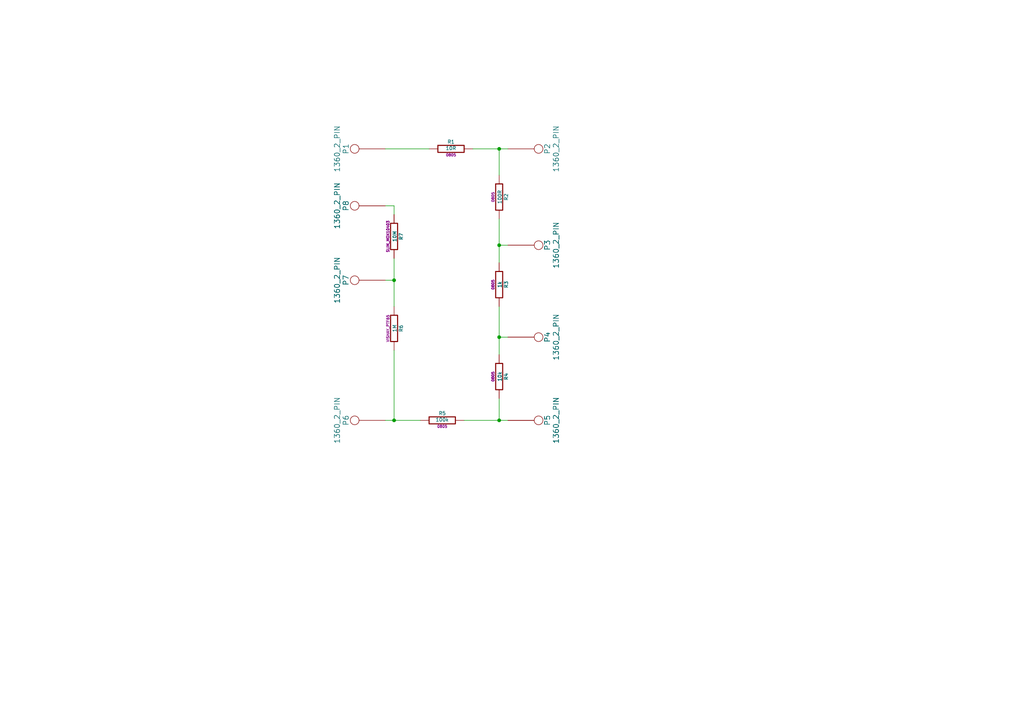
<source format=kicad_sch>
(kicad_sch (version 20230121) (generator eeschema)
  (paper "A4")
  (title_block (title "Standard resistors board") (date "Wednesday, May 21, 2014") (rev "0.1") (company "Nightmechanic"))
  (lib_symbols
    (symbol "Resistive_Arena-rescue:R" (pin_numbers hide) (pin_names (offset 0))
      (property "Reference" "R" (at 2.032 0 90))
      (property "Value" "R" (at 0.1778 0.0254 90))
      (symbol "R_0_1"
        (rectangle (start -1.016 3.81) (end 1.016 -3.81) (stroke (width 0.3048)))
      )
      (symbol "R_1_1"
        (pin passive line (at 0 6.35 270) (length 2.54) (name "~") (number "1"))
        (pin passive line (at 0 -6.35 90) (length 2.54) (name "~") (number "2"))
      )
    )
    (symbol "resistive_arena:1360_2_PIN" (pin_numbers hide) (pin_names (offset 1.016) hide)
      (property "Reference" "P" (at 0 11.43 0))
      (property "Value" "1360_2_PIN" (at 0 13.97 0))
      (symbol "1360_2_PIN_0_1"
        (circle (center 0 8.89) (radius 1.27))
      )
      (symbol "1360_2_PIN_1_1"
        (pin bidirectional line (at 0 0 90) (length 7.62) (name "1") (number "1"))
      )
    )
  )
  (junction (at 114.3 121.92))
  (junction (at 144.78 121.92))
  (junction (at 144.78 97.79))
  (junction (at 144.78 71.12))
  (junction (at 114.3 81.28))
  (junction (at 144.78 43.18))
  (wire (pts (xy 114.3 74.93) (xy 114.3 81.28)))
  (wire (pts (xy 144.78 43.18) (xy 147.32 43.18)))
  (wire (pts (xy 144.78 121.92) (xy 147.32 121.92)))
  (wire (pts (xy 114.3 121.92) (xy 121.92 121.92)))
  (wire (pts (xy 134.62 121.92) (xy 144.78 121.92)))
  (wire (pts (xy 144.78 88.9) (xy 144.78 97.79)))
  (wire (pts (xy 114.3 81.28) (xy 114.3 88.9)))
  (wire (pts (xy 114.3 121.92) (xy 114.3 101.6)))
  (wire (pts (xy 144.78 71.12) (xy 144.78 76.2)))
  (wire (pts (xy 144.78 43.18) (xy 144.78 50.8)))
  (wire (pts (xy 111.76 43.18) (xy 124.46 43.18)))
  (wire (pts (xy 111.76 81.28) (xy 114.3 81.28)))
  (wire (pts (xy 114.3 59.69) (xy 111.76 59.69)))
  (wire (pts (xy 144.78 97.79) (xy 144.78 102.87)))
  (wire (pts (xy 144.78 115.57) (xy 144.78 121.92)))
  (wire (pts (xy 114.3 62.23) (xy 114.3 59.69)))
  (wire (pts (xy 144.78 63.5) (xy 144.78 71.12)))
  (wire (pts (xy 147.32 97.79) (xy 144.78 97.79)))
  (wire (pts (xy 111.76 121.92) (xy 114.3 121.92)))
  (wire (pts (xy 137.16 43.18) (xy 144.78 43.18)))
  (wire (pts (xy 147.32 71.12) (xy 144.78 71.12)))
  (symbol (lib_id "Resistive_Arena-rescue:R") (at 130.81 43.18 90) (unit 1)
    (property "Reference" "R1" (at 130.81 41.148 90) (effects (font (size 1.016 1.016))))
    (property "Value" "10R" (at 130.7846 43.0022 90) (effects (font (size 1.016 1.016))))
    (property "Footprint" "0805" (at 130.81 44.958 90) (effects (font (size 0.762 0.762))))
    (property "Datasheet" "http://documents.tycoelectronics.com/commerce/DocumentDelivery/DDEController?Action=showdoc&DocId=Data+Sheet%7F1773270%7FK%7Fpdf%7FEnglish%7FENG_DS_1773270_K.pdf" (effects hide))
    (property "Manufacturer" "TE Connectivity" (effects hide))
    (property "Part Number" "RN73C2A10RBTG" (effects hide))
    (property "Source" "Mouser" (effects hide))
  )
  (symbol (lib_id "Resistive_Arena-rescue:R") (at 144.78 57.15 0) (unit 1)
    (property "Reference" "R2" (at 146.812 57.15 90) (effects (font (size 1.016 1.016))))
    (property "Value" "100R" (at 144.9578 57.1246 90) (effects (font (size 1.016 1.016))))
    (property "Footprint" "0805" (at 143.002 57.15 90) (effects (font (size 0.762 0.762))))
    (property "Datasheet" "http://www.welwyn-tt.com/pdf/datasheet/PCF.pdf" (effects hide))
    (property "Manufacturer" "Welwyn-TT" (effects hide))
    (property "Part Number" "PCF0805-13-100RBT1" (effects hide))
    (property "Source" "Mouser" (effects hide))
  )
  (symbol (lib_id "Resistive_Arena-rescue:R") (at 144.78 82.55 0) (unit 1)
    (property "Reference" "R3" (at 146.812 82.55 90) (effects (font (size 1.016 1.016))))
    (property "Value" "1k" (at 144.9578 82.5246 90) (effects (font (size 1.016 1.016))))
    (property "Footprint" "0805" (at 143.002 82.55 90) (effects (font (size 0.762 0.762))))
    (property "Datasheet" "http://www.welwyn-tt.com/pdf/datasheet/PCF.pdf" (effects hide))
    (property "Manufacturer" "Welwyn-TT" (effects hide))
    (property "Part Number" "PCF0805-13-1K0BT1" (effects hide))
    (property "Source" "Mouser" (effects hide))
  )
  (symbol (lib_id "Resistive_Arena-rescue:R") (at 144.78 109.22 0) (unit 1)
    (property "Reference" "R4" (at 146.812 109.22 90) (effects (font (size 1.016 1.016))))
    (property "Value" "10k" (at 144.9578 109.1946 90) (effects (font (size 1.016 1.016))))
    (property "Footprint" "0805" (at 143.002 109.22 90) (effects (font (size 0.762 0.762))))
    (property "Datasheet" "http://www.welwyn-tt.com/pdf/datasheet/PCF.pdf" (effects hide))
    (property "Manufacturer" "Welwyn-TT" (effects hide))
    (property "Part Number" "PCF0805-13-10KBT1" (effects hide))
    (property "Source" "Mouser" (effects hide))
  )
  (symbol (lib_id "Resistive_Arena-rescue:R") (at 128.27 121.92 90) (unit 1)
    (property "Reference" "R5" (at 128.27 119.888 90) (effects (font (size 1.016 1.016))))
    (property "Value" "100k" (at 128.2446 121.7422 90) (effects (font (size 1.016 1.016))))
    (property "Footprint" "0805" (at 128.27 123.698 90) (effects (font (size 0.762 0.762))))
    (property "Datasheet" "http://www.vishay.com/docs/28779/tnpu_e3.pdf" (effects hide))
    (property "Manufacturer" "Vishay" (effects hide))
    (property "Part Number" "TNPU0805100KAZEN00" (effects hide))
    (property "Source" "Mouser" (effects hide))
  )
  (symbol (lib_id "Resistive_Arena-rescue:R") (at 114.3 95.25 0) (unit 1)
    (property "Reference" "R6" (at 116.332 95.25 90) (effects (font (size 1.016 1.016))))
    (property "Value" "1M" (at 114.4778 95.2246 90) (effects (font (size 1.016 1.016))))
    (property "Footprint" "VISHAY_PTF65" (at 112.522 95.25 90) (effects (font (size 0.762 0.762))))
    (property "Datasheet" "http://www.vishay.com/docs/31019/ptf.pdf" (effects hide))
    (property "Manufacturer" "Vishay" (effects hide))
    (property "Part Number" "PTF651M0000BZBF" (effects hide))
    (property "Source" "Mouser" (effects hide))
  )
  (symbol (lib_id "Resistive_Arena-rescue:R") (at 114.3 68.58 0) (unit 1)
    (property "Reference" "R7" (at 116.332 68.58 90) (effects (font (size 1.016 1.016))))
    (property "Value" "10M" (at 114.4778 68.5546 90) (effects (font (size 1.016 1.016))))
    (property "Footprint" "SLIM_MOX10403" (at 112.522 68.58 90) (effects (font (size 0.762 0.762))))
    (property "Datasheet" "http://www.ohmite.com/catalog/pdf/v_slimmox.pdf" (effects hide))
    (property "Manufacturer" "Ohmite" (effects hide))
    (property "Part Number" "SM104031005FE" (effects hide))
    (property "Source" "Mouser" (effects hide))
  )
  (symbol (lib_id "resistive_arena:1360_2_PIN") (at 111.76 43.18 90) (unit 1)
    (property "Reference" "P1" (at 100.33 43.18 0) (effects (font (size 1.524 1.524))))
    (property "Value" "1360_2_PIN" (at 97.79 43.18 0) (effects (font (size 1.524 1.524))))
    (property "Footprint" "KEYSTONE_1360_2" (effects hide))
    (property "Datasheet" "http://www.keyelco.com/product.cfm/product_id/3057" (effects hide))
    (property "Manufacturer" "Keystone" (effects hide))
    (property "Part Number" "1360-2" (effects hide))
    (property "Source" "Mouser" (effects hide))
  )
  (symbol (lib_id "resistive_arena:1360_2_PIN") (at 147.32 43.18 270) (unit 1)
    (property "Reference" "P2" (at 158.75 43.18 0) (effects (font (size 1.524 1.524))))
    (property "Value" "1360_2_PIN" (at 161.29 43.18 0) (effects (font (size 1.524 1.524))))
    (property "Footprint" "KEYSTONE_1360_2" (effects hide))
    (property "Datasheet" "http://www.keyelco.com/product.cfm/product_id/3057" (effects hide))
    (property "Manufacturer" "Keystone" (effects hide))
    (property "Part Number" "1360-2" (effects hide))
    (property "Source" "Mouser" (effects hide))
  )
  (symbol (lib_id "resistive_arena:1360_2_PIN") (at 147.32 71.12 270) (unit 1)
    (property "Reference" "P3" (at 158.75 71.12 0) (effects (font (size 1.524 1.524))))
    (property "Value" "1360_2_PIN" (at 161.29 71.12 0) (effects (font (size 1.524 1.524))))
    (property "Footprint" "KEYSTONE_1360_2" (effects hide))
    (property "Datasheet" "http://www.keyelco.com/product.cfm/product_id/3057" (effects hide))
    (property "Manufacturer" "Keystone" (effects hide))
    (property "Part Number" "1360-2" (effects hide))
    (property "Source" "Mouser" (effects hide))
  )
  (symbol (lib_id "resistive_arena:1360_2_PIN") (at 147.32 97.79 270) (unit 1)
    (property "Reference" "P4" (at 158.75 97.79 0) (effects (font (size 1.524 1.524))))
    (property "Value" "1360_2_PIN" (at 161.29 97.79 0) (effects (font (size 1.524 1.524))))
    (property "Footprint" "KEYSTONE_1360_2" (effects hide))
    (property "Datasheet" "http://www.keyelco.com/product.cfm/product_id/3057" (effects hide))
    (property "Manufacturer" "Keystone" (effects hide))
    (property "Part Number" "1360-2" (effects hide))
    (property "Source" "Mouser" (effects hide))
  )
  (symbol (lib_id "resistive_arena:1360_2_PIN") (at 147.32 121.92 270) (unit 1)
    (property "Reference" "P5" (at 158.75 121.92 0) (effects (font (size 1.524 1.524))))
    (property "Value" "1360_2_PIN" (at 161.29 121.92 0) (effects (font (size 1.524 1.524))))
    (property "Footprint" "KEYSTONE_1360_2" (effects hide))
    (property "Datasheet" "http://www.keyelco.com/product.cfm/product_id/3057" (effects hide))
    (property "Manufacturer" "Keystone" (effects hide))
    (property "Part Number" "1360-2" (effects hide))
    (property "Source" "Mouser" (effects hide))
  )
  (symbol (lib_id "resistive_arena:1360_2_PIN") (at 111.76 121.92 90) (unit 1)
    (property "Reference" "P6" (at 100.33 121.92 0) (effects (font (size 1.524 1.524))))
    (property "Value" "1360_2_PIN" (at 97.79 121.92 0) (effects (font (size 1.524 1.524))))
    (property "Footprint" "KEYSTONE_1360_2" (effects hide))
    (property "Datasheet" "http://www.keyelco.com/product.cfm/product_id/3057" (effects hide))
    (property "Manufacturer" "Keystone" (effects hide))
    (property "Part Number" "1360-2" (effects hide))
    (property "Source" "Mouser" (effects hide))
  )
  (symbol (lib_id "resistive_arena:1360_2_PIN") (at 111.76 81.28 90) (unit 1)
    (property "Reference" "P7" (at 100.33 81.28 0) (effects (font (size 1.524 1.524))))
    (property "Value" "1360_2_PIN" (at 97.79 81.28 0) (effects (font (size 1.524 1.524))))
    (property "Footprint" "KEYSTONE_1360_2" (effects hide))
    (property "Datasheet" "http://www.keyelco.com/product.cfm/product_id/3057" (effects hide))
    (property "Manufacturer" "Keystone" (effects hide))
    (property "Part Number" "1360-2" (effects hide))
    (property "Source" "Mouser" (effects hide))
  )
  (symbol (lib_id "resistive_arena:1360_2_PIN") (at 111.76 59.69 90) (unit 1)
    (property "Reference" "P8" (at 100.33 59.69 0) (effects (font (size 1.524 1.524))))
    (property "Value" "1360_2_PIN" (at 97.79 59.69 0) (effects (font (size 1.524 1.524))))
    (property "Footprint" "KEYSTONE_1360_2" (effects hide))
    (property "Datasheet" "http://www.keyelco.com/product.cfm/product_id/3057" (effects hide))
    (property "Manufacturer" "Keystone" (effects hide))
    (property "Part Number" "1360-2" (effects hide))
    (property "Source" "Mouser" (effects hide))
  )
)
</source>
